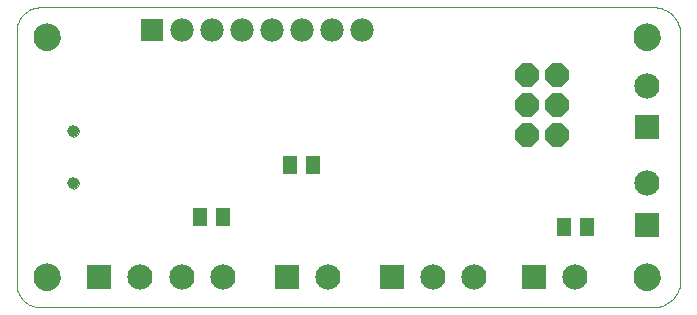
<source format=gbs>
G75*
%MOIN*%
%OFA0B0*%
%FSLAX24Y24*%
%IPPOS*%
%LPD*%
%AMOC8*
5,1,8,0,0,1.08239X$1,22.5*
%
%ADD10C,0.0000*%
%ADD11C,0.0906*%
%ADD12R,0.0473X0.0591*%
%ADD13C,0.0394*%
%ADD14R,0.0840X0.0840*%
%ADD15C,0.0840*%
%ADD16R,0.0780X0.0780*%
%ADD17C,0.0780*%
%ADD18OC8,0.0780*%
D10*
X002087Y001180D02*
X022383Y001180D01*
X023420Y001967D02*
X023420Y010389D01*
X023411Y010446D01*
X023398Y010502D01*
X023381Y010558D01*
X023361Y010612D01*
X023337Y010665D01*
X023310Y010716D01*
X023280Y010766D01*
X023247Y010813D01*
X023211Y010858D01*
X023173Y010901D01*
X023131Y010942D01*
X023088Y010980D01*
X023042Y011015D01*
X022993Y011047D01*
X022943Y011076D01*
X022891Y011101D01*
X022838Y011124D01*
X022783Y011143D01*
X022728Y011158D01*
X022671Y011170D01*
X022614Y011179D01*
X022556Y011184D01*
X022498Y011185D01*
X022441Y011183D01*
X022383Y011176D01*
X002087Y011176D01*
X002033Y011174D01*
X001980Y011169D01*
X001927Y011160D01*
X001875Y011147D01*
X001823Y011131D01*
X001773Y011111D01*
X001725Y011088D01*
X001678Y011061D01*
X001633Y011032D01*
X001590Y010999D01*
X001550Y010964D01*
X001512Y010926D01*
X001477Y010886D01*
X001444Y010843D01*
X001415Y010798D01*
X001388Y010751D01*
X001365Y010703D01*
X001345Y010653D01*
X001329Y010601D01*
X001316Y010549D01*
X001307Y010496D01*
X001302Y010443D01*
X001300Y010389D01*
X001300Y001967D01*
X001302Y001913D01*
X001307Y001860D01*
X001316Y001807D01*
X001329Y001755D01*
X001345Y001703D01*
X001365Y001653D01*
X001388Y001605D01*
X001415Y001558D01*
X001444Y001513D01*
X001477Y001470D01*
X001512Y001430D01*
X001550Y001392D01*
X001590Y001357D01*
X001633Y001324D01*
X001678Y001295D01*
X001725Y001268D01*
X001773Y001245D01*
X001823Y001225D01*
X001875Y001209D01*
X001927Y001196D01*
X001980Y001187D01*
X002033Y001182D01*
X002087Y001180D01*
X001867Y002180D02*
X001869Y002221D01*
X001875Y002262D01*
X001885Y002302D01*
X001898Y002341D01*
X001915Y002378D01*
X001936Y002414D01*
X001960Y002448D01*
X001987Y002479D01*
X002016Y002507D01*
X002049Y002533D01*
X002083Y002555D01*
X002120Y002574D01*
X002158Y002589D01*
X002198Y002601D01*
X002238Y002609D01*
X002279Y002613D01*
X002321Y002613D01*
X002362Y002609D01*
X002402Y002601D01*
X002442Y002589D01*
X002480Y002574D01*
X002516Y002555D01*
X002551Y002533D01*
X002584Y002507D01*
X002613Y002479D01*
X002640Y002448D01*
X002664Y002414D01*
X002685Y002378D01*
X002702Y002341D01*
X002715Y002302D01*
X002725Y002262D01*
X002731Y002221D01*
X002733Y002180D01*
X002731Y002139D01*
X002725Y002098D01*
X002715Y002058D01*
X002702Y002019D01*
X002685Y001982D01*
X002664Y001946D01*
X002640Y001912D01*
X002613Y001881D01*
X002584Y001853D01*
X002551Y001827D01*
X002517Y001805D01*
X002480Y001786D01*
X002442Y001771D01*
X002402Y001759D01*
X002362Y001751D01*
X002321Y001747D01*
X002279Y001747D01*
X002238Y001751D01*
X002198Y001759D01*
X002158Y001771D01*
X002120Y001786D01*
X002084Y001805D01*
X002049Y001827D01*
X002016Y001853D01*
X001987Y001881D01*
X001960Y001912D01*
X001936Y001946D01*
X001915Y001982D01*
X001898Y002019D01*
X001885Y002058D01*
X001875Y002098D01*
X001869Y002139D01*
X001867Y002180D01*
X003017Y005314D02*
X003019Y005340D01*
X003025Y005366D01*
X003035Y005391D01*
X003048Y005414D01*
X003064Y005434D01*
X003084Y005452D01*
X003106Y005467D01*
X003129Y005479D01*
X003155Y005487D01*
X003181Y005491D01*
X003207Y005491D01*
X003233Y005487D01*
X003259Y005479D01*
X003283Y005467D01*
X003304Y005452D01*
X003324Y005434D01*
X003340Y005414D01*
X003353Y005391D01*
X003363Y005366D01*
X003369Y005340D01*
X003371Y005314D01*
X003369Y005288D01*
X003363Y005262D01*
X003353Y005237D01*
X003340Y005214D01*
X003324Y005194D01*
X003304Y005176D01*
X003282Y005161D01*
X003259Y005149D01*
X003233Y005141D01*
X003207Y005137D01*
X003181Y005137D01*
X003155Y005141D01*
X003129Y005149D01*
X003105Y005161D01*
X003084Y005176D01*
X003064Y005194D01*
X003048Y005214D01*
X003035Y005237D01*
X003025Y005262D01*
X003019Y005288D01*
X003017Y005314D01*
X003017Y007046D02*
X003019Y007072D01*
X003025Y007098D01*
X003035Y007123D01*
X003048Y007146D01*
X003064Y007166D01*
X003084Y007184D01*
X003106Y007199D01*
X003129Y007211D01*
X003155Y007219D01*
X003181Y007223D01*
X003207Y007223D01*
X003233Y007219D01*
X003259Y007211D01*
X003283Y007199D01*
X003304Y007184D01*
X003324Y007166D01*
X003340Y007146D01*
X003353Y007123D01*
X003363Y007098D01*
X003369Y007072D01*
X003371Y007046D01*
X003369Y007020D01*
X003363Y006994D01*
X003353Y006969D01*
X003340Y006946D01*
X003324Y006926D01*
X003304Y006908D01*
X003282Y006893D01*
X003259Y006881D01*
X003233Y006873D01*
X003207Y006869D01*
X003181Y006869D01*
X003155Y006873D01*
X003129Y006881D01*
X003105Y006893D01*
X003084Y006908D01*
X003064Y006926D01*
X003048Y006946D01*
X003035Y006969D01*
X003025Y006994D01*
X003019Y007020D01*
X003017Y007046D01*
X001867Y010180D02*
X001869Y010221D01*
X001875Y010262D01*
X001885Y010302D01*
X001898Y010341D01*
X001915Y010378D01*
X001936Y010414D01*
X001960Y010448D01*
X001987Y010479D01*
X002016Y010507D01*
X002049Y010533D01*
X002083Y010555D01*
X002120Y010574D01*
X002158Y010589D01*
X002198Y010601D01*
X002238Y010609D01*
X002279Y010613D01*
X002321Y010613D01*
X002362Y010609D01*
X002402Y010601D01*
X002442Y010589D01*
X002480Y010574D01*
X002516Y010555D01*
X002551Y010533D01*
X002584Y010507D01*
X002613Y010479D01*
X002640Y010448D01*
X002664Y010414D01*
X002685Y010378D01*
X002702Y010341D01*
X002715Y010302D01*
X002725Y010262D01*
X002731Y010221D01*
X002733Y010180D01*
X002731Y010139D01*
X002725Y010098D01*
X002715Y010058D01*
X002702Y010019D01*
X002685Y009982D01*
X002664Y009946D01*
X002640Y009912D01*
X002613Y009881D01*
X002584Y009853D01*
X002551Y009827D01*
X002517Y009805D01*
X002480Y009786D01*
X002442Y009771D01*
X002402Y009759D01*
X002362Y009751D01*
X002321Y009747D01*
X002279Y009747D01*
X002238Y009751D01*
X002198Y009759D01*
X002158Y009771D01*
X002120Y009786D01*
X002084Y009805D01*
X002049Y009827D01*
X002016Y009853D01*
X001987Y009881D01*
X001960Y009912D01*
X001936Y009946D01*
X001915Y009982D01*
X001898Y010019D01*
X001885Y010058D01*
X001875Y010098D01*
X001869Y010139D01*
X001867Y010180D01*
X021867Y010180D02*
X021869Y010221D01*
X021875Y010262D01*
X021885Y010302D01*
X021898Y010341D01*
X021915Y010378D01*
X021936Y010414D01*
X021960Y010448D01*
X021987Y010479D01*
X022016Y010507D01*
X022049Y010533D01*
X022083Y010555D01*
X022120Y010574D01*
X022158Y010589D01*
X022198Y010601D01*
X022238Y010609D01*
X022279Y010613D01*
X022321Y010613D01*
X022362Y010609D01*
X022402Y010601D01*
X022442Y010589D01*
X022480Y010574D01*
X022516Y010555D01*
X022551Y010533D01*
X022584Y010507D01*
X022613Y010479D01*
X022640Y010448D01*
X022664Y010414D01*
X022685Y010378D01*
X022702Y010341D01*
X022715Y010302D01*
X022725Y010262D01*
X022731Y010221D01*
X022733Y010180D01*
X022731Y010139D01*
X022725Y010098D01*
X022715Y010058D01*
X022702Y010019D01*
X022685Y009982D01*
X022664Y009946D01*
X022640Y009912D01*
X022613Y009881D01*
X022584Y009853D01*
X022551Y009827D01*
X022517Y009805D01*
X022480Y009786D01*
X022442Y009771D01*
X022402Y009759D01*
X022362Y009751D01*
X022321Y009747D01*
X022279Y009747D01*
X022238Y009751D01*
X022198Y009759D01*
X022158Y009771D01*
X022120Y009786D01*
X022084Y009805D01*
X022049Y009827D01*
X022016Y009853D01*
X021987Y009881D01*
X021960Y009912D01*
X021936Y009946D01*
X021915Y009982D01*
X021898Y010019D01*
X021885Y010058D01*
X021875Y010098D01*
X021869Y010139D01*
X021867Y010180D01*
X021867Y002180D02*
X021869Y002221D01*
X021875Y002262D01*
X021885Y002302D01*
X021898Y002341D01*
X021915Y002378D01*
X021936Y002414D01*
X021960Y002448D01*
X021987Y002479D01*
X022016Y002507D01*
X022049Y002533D01*
X022083Y002555D01*
X022120Y002574D01*
X022158Y002589D01*
X022198Y002601D01*
X022238Y002609D01*
X022279Y002613D01*
X022321Y002613D01*
X022362Y002609D01*
X022402Y002601D01*
X022442Y002589D01*
X022480Y002574D01*
X022516Y002555D01*
X022551Y002533D01*
X022584Y002507D01*
X022613Y002479D01*
X022640Y002448D01*
X022664Y002414D01*
X022685Y002378D01*
X022702Y002341D01*
X022715Y002302D01*
X022725Y002262D01*
X022731Y002221D01*
X022733Y002180D01*
X022731Y002139D01*
X022725Y002098D01*
X022715Y002058D01*
X022702Y002019D01*
X022685Y001982D01*
X022664Y001946D01*
X022640Y001912D01*
X022613Y001881D01*
X022584Y001853D01*
X022551Y001827D01*
X022517Y001805D01*
X022480Y001786D01*
X022442Y001771D01*
X022402Y001759D01*
X022362Y001751D01*
X022321Y001747D01*
X022279Y001747D01*
X022238Y001751D01*
X022198Y001759D01*
X022158Y001771D01*
X022120Y001786D01*
X022084Y001805D01*
X022049Y001827D01*
X022016Y001853D01*
X021987Y001881D01*
X021960Y001912D01*
X021936Y001946D01*
X021915Y001982D01*
X021898Y002019D01*
X021885Y002058D01*
X021875Y002098D01*
X021869Y002139D01*
X021867Y002180D01*
X022383Y001180D02*
X022441Y001173D01*
X022498Y001171D01*
X022556Y001172D01*
X022614Y001177D01*
X022671Y001186D01*
X022728Y001198D01*
X022783Y001213D01*
X022838Y001232D01*
X022891Y001255D01*
X022943Y001280D01*
X022993Y001309D01*
X023042Y001341D01*
X023088Y001376D01*
X023131Y001414D01*
X023173Y001455D01*
X023211Y001498D01*
X023247Y001543D01*
X023280Y001590D01*
X023310Y001640D01*
X023337Y001691D01*
X023361Y001744D01*
X023381Y001798D01*
X023398Y001854D01*
X023411Y001910D01*
X023420Y001967D01*
D11*
X022300Y002180D03*
X022300Y010180D03*
X002300Y010180D03*
X002300Y002180D03*
D12*
X007406Y004180D03*
X008194Y004180D03*
X010406Y005930D03*
X011194Y005930D03*
X019540Y003851D03*
X020328Y003851D03*
D13*
X003194Y005314D03*
X003194Y007046D03*
D14*
X004050Y002180D03*
X010300Y002180D03*
X013800Y002180D03*
X018550Y002180D03*
X022300Y003930D03*
X022300Y007180D03*
D15*
X022300Y008558D03*
X022300Y005308D03*
X019928Y002180D03*
X016556Y002180D03*
X015178Y002180D03*
X011678Y002180D03*
X008184Y002180D03*
X006806Y002180D03*
X005428Y002180D03*
D16*
X005800Y010430D03*
D17*
X006800Y010430D03*
X007800Y010430D03*
X008800Y010430D03*
X009800Y010430D03*
X010800Y010430D03*
X011800Y010430D03*
X012800Y010430D03*
D18*
X018300Y008930D03*
X019300Y008930D03*
X019300Y007930D03*
X018300Y007930D03*
X018300Y006930D03*
X019300Y006930D03*
M02*

</source>
